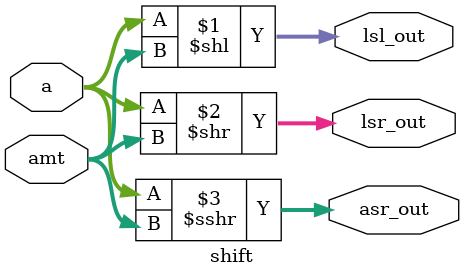
<source format=sv>
module shift (
    input  logic signed [7:0] a,
    input  logic [2:0] amt,
    output logic [7:0] lsl_out, lsr_out,
    output logic signed [7:0] asr_out
);
    assign lsl_out = a << amt;
    assign lsr_out = a >> amt;
    assign asr_out = a >>> amt;
endmodule

</source>
